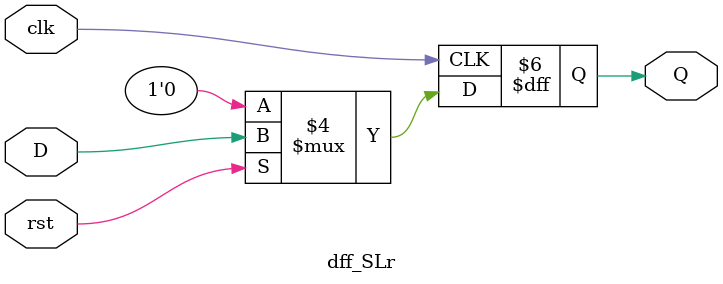
<source format=v>
module dff_SLr (Q,D,clk,rst); //Synchronous D-Flip Flop with Active Low Reset
input D, clk, rst;
output reg Q;

always @(posedge clk)
    if(!rst)
            Q <= 1'b0;
    else
            Q <= D;
    
endmodule
</source>
